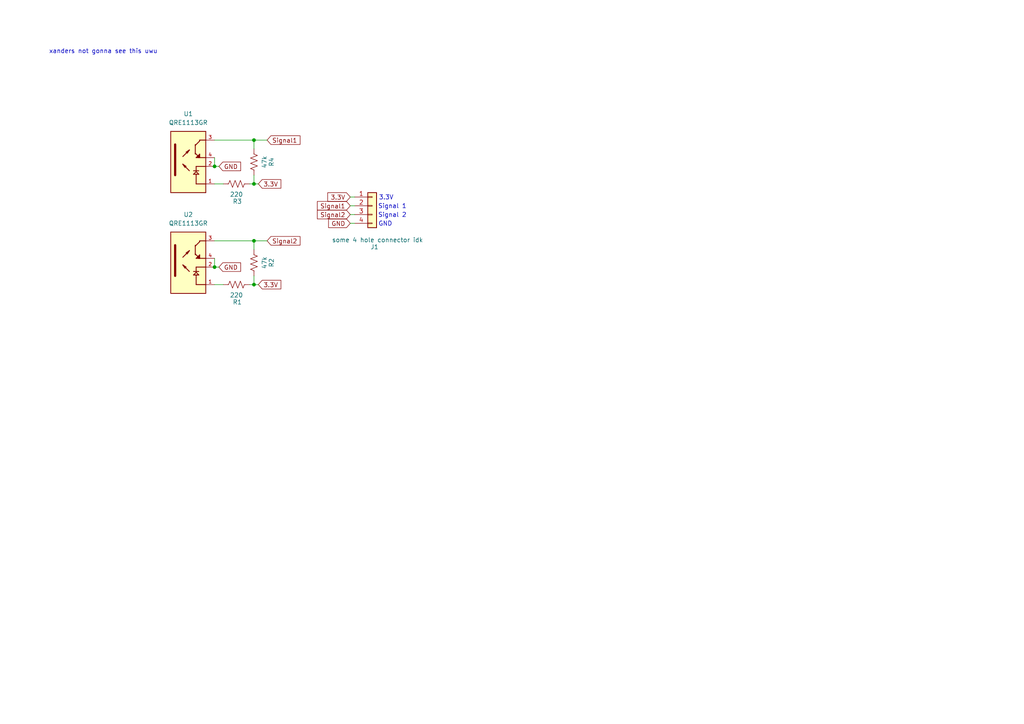
<source format=kicad_sch>
(kicad_sch (version 20250114) (generator "eeschema") (generator_version "9.0")
  (paper "A4")
  (lib_symbols
    (symbol "Connector_Generic:Conn_01x04" (pin_names (offset 1.016) (hide yes))
      (property "Reference" "J" (at 0 5.08 0))
      (property "Value" "Conn_01x04" (at 0 -7.62 0))
      (symbol "Conn_01x04_1_1"
        (rectangle (start -1.27 3.81) (end 1.27 -6.35) (stroke (width 0.254)) (fill (type background)))
        (rectangle (start -1.27 2.667) (end 0 2.413) (stroke (width 0.1524)))
        (rectangle (start -1.27 0.127) (end 0 -0.127) (stroke (width 0.1524)))
        (rectangle (start -1.27 -2.413) (end 0 -2.667) (stroke (width 0.1524)))
        (rectangle (start -1.27 -4.953) (end 0 -5.207) (stroke (width 0.1524)))
        (pin passive line (at -5.08 2.54 0) (length 3.81) (name "Pin_1") (number "1"))
        (pin passive line (at -5.08 0 0) (length 3.81) (name "Pin_2") (number "2"))
        (pin passive line (at -5.08 -2.54 0) (length 3.81) (name "Pin_3") (number "3"))
        (pin passive line (at -5.08 -5.08 0) (length 3.81) (name "Pin_4") (number "4"))
      )
    )
    (symbol "Device:R_US" (pin_numbers (hide yes)) (pin_names (offset 0))
      (property "Reference" "R" (at 2.54 0 90))
      (property "Value" "R_US" (at -2.54 0 90))
      (symbol "R_US_0_1"
        (polyline (pts (xy 0 2.286) (xy 0 2.54)))
        (polyline (pts (xy 0 2.286) (xy 1.016 1.905) (xy 0 1.524) (xy -1.016 1.143) (xy 0 0.762)))
        (polyline (pts (xy 0 0.762) (xy 1.016 0.381) (xy 0 0) (xy -1.016 -0.381) (xy 0 -0.762)))
        (polyline (pts (xy 0 -0.762) (xy 1.016 -1.143) (xy 0 -1.524) (xy -1.016 -1.905) (xy 0 -2.286)))
        (polyline (pts (xy 0 -2.286) (xy 0 -2.54)))
      )
      (symbol "R_US_1_1"
        (pin passive line (at 0 3.81 270) (length 1.27) (name "~") (number "1"))
        (pin passive line (at 0 -3.81 90) (length 1.27) (name "~") (number "2"))
      )
    )
    (symbol "QRE1113GR:QRE1113GR" (pin_names (offset 1.016))
      (property "Reference" "U" (at -5.08 10.795 0))
      (property "Value" "QRE1113GR" (at -5.08 -10.16 0))
      (symbol "QRE1113GR_0_0"
        (rectangle (start -5.08 -7.62) (end 5.08 10.16) (stroke (width 0.254)) (fill (type background)))
        (polyline (pts (xy -3.81 6.35) (xy -3.81 -2.54)) (stroke (width 0.635)))
        (polyline (pts (xy -1.5875 2.8575) (xy 0.3175 4.7625)) (stroke (width 0.254)))
        (polyline (pts (xy -1.5875 0.635) (xy -0.9525 -0.3175)) (stroke (width 0.254)))
        (polyline (pts (xy -1.5875 0.635) (xy -0.635 0)) (stroke (width 0.254)))
        (polyline (pts (xy 0.3175 4.7625) (xy -0.635 4.1275)) (stroke (width 0.254)))
        (polyline (pts (xy 0.3175 4.7625) (xy -0.3175 3.81)) (stroke (width 0.254)))
        (polyline (pts (xy 0.3175 -1.27) (xy -1.5875 0.635)) (stroke (width 0.254)))
        (polyline (pts (xy 2.032 6.096) (xy 2.032 6.35)) (stroke (width 0.254)))
        (polyline (pts (xy 2.032 6.096) (xy 2.032 3.81)) (stroke (width 0.254)))
        (polyline (pts (xy 2.032 3.81) (xy 2.032 3.556)) (stroke (width 0.254)))
        (polyline (pts (xy 2.032 3.81) (xy 3.302 2.54)) (stroke (width 0.254)))
        (polyline (pts (xy 2.286 2.54) (xy 3.048 2.54)) (stroke (width 0.254)))
        (polyline (pts (xy 2.286 0) (xy 5.08 0)) (stroke (width 0.254)))
        (polyline (pts (xy 2.286 -1.27) (xy 2.286 0)) (stroke (width 0.254)))
        (polyline (pts (xy 2.286 -1.524) (xy 1.524 -2.286)) (stroke (width 0.254)))
        (polyline (pts (xy 2.286 -2.286) (xy 1.524 -2.286)) (stroke (width 0.254)))
        (polyline (pts (xy 2.286 -2.286) (xy 3.048 -2.286)) (stroke (width 0.254)))
        (polyline (pts (xy 2.286 -5.08) (xy 2.286 -2.286)) (stroke (width 0.254)))
        (polyline (pts (xy 2.54 2.794) (xy 2.286 2.54)) (stroke (width 0.254)))
        (polyline (pts (xy 2.54 2.794) (xy 2.794 2.794)) (stroke (width 0.254)))
        (polyline (pts (xy 2.794 2.794) (xy 3.048 2.54)) (stroke (width 0.254)))
        (polyline (pts (xy 3.048 3.048) (xy 2.794 2.794)) (stroke (width 0.254)))
        (polyline (pts (xy 3.048 3.048) (xy 3.302 3.302)) (stroke (width 0.254)))
        (polyline (pts (xy 3.048 2.54) (xy 3.048 3.048)) (stroke (width 0.254)))
        (polyline (pts (xy 3.048 2.54) (xy 3.302 2.54)) (stroke (width 0.254)))
        (polyline (pts (xy 3.048 -1.27) (xy 1.524 -1.27)) (stroke (width 0.254)))
        (polyline (pts (xy 3.048 -2.286) (xy 2.286 -1.524)) (stroke (width 0.254)))
        (polyline (pts (xy 3.302 7.62) (xy 3.302 7.366)) (stroke (width 0.254)))
        (polyline (pts (xy 3.302 7.366) (xy 2.032 6.096)) (stroke (width 0.254)))
        (polyline (pts (xy 3.302 3.556) (xy 2.54 2.794)) (stroke (width 0.254)))
        (polyline (pts (xy 3.302 3.302) (xy 3.302 3.556)) (stroke (width 0.254)))
        (polyline (pts (xy 3.302 2.794) (xy 3.048 3.048)) (stroke (width 0.254)))
        (polyline (pts (xy 3.302 2.794) (xy 3.302 3.302)) (stroke (width 0.254)))
        (polyline (pts (xy 3.302 2.54) (xy 3.302 2.794)) (stroke (width 0.254)))
        (polyline (pts (xy 3.302 2.54) (xy 5.08 2.54)) (stroke (width 0.254)))
        (polyline (pts (xy 5.08 7.62) (xy 3.302 7.62)) (stroke (width 0.254)))
        (polyline (pts (xy 5.08 -5.08) (xy 2.286 -5.08)) (stroke (width 0.254)))
        (pin passive line (at 7.62 7.62 180) (length 2.54) (name "~") (number "3"))
        (pin passive line (at 7.62 2.54 180) (length 2.54) (name "~") (number "4"))
        (pin passive line (at 7.62 0 180) (length 2.54) (name "~") (number "2"))
        (pin passive line (at 7.62 -5.08 180) (length 2.54) (name "~") (number "1"))
      )
    )
  )
  (text "GND" (at 111.76 65.024 0) (effects (font (size 1.27 1.27))))
  (text "Signal 1\n" (at 113.792 59.944 0) (effects (font (size 1.27 1.27))))
  (text "xanders not gonna see this uwu" (at 29.972 14.986 0) (effects (font (size 1.27 1.27))))
  (text "Signal 2" (at 113.792 62.484 0) (effects (font (size 1.27 1.27))))
  (text "3.3V" (at 112.014 57.404 0) (effects (font (size 1.27 1.27))))
  (junction (at 73.66 53.34))
  (junction (at 62.23 48.26))
  (junction (at 73.66 40.64))
  (junction (at 73.66 69.85))
  (junction (at 73.66 82.55))
  (junction (at 62.23 77.47))
  (wire (pts (xy 101.6 64.77) (xy 102.87 64.77)))
  (wire (pts (xy 62.23 77.47) (xy 63.5 77.47)))
  (wire (pts (xy 73.66 40.64) (xy 77.47 40.64)))
  (wire (pts (xy 62.23 45.72) (xy 62.23 48.26)))
  (wire (pts (xy 101.6 62.23) (xy 102.87 62.23)))
  (wire (pts (xy 73.66 82.55) (xy 74.93 82.55)))
  (wire (pts (xy 73.66 40.64) (xy 73.66 43.18)))
  (wire (pts (xy 72.39 82.55) (xy 73.66 82.55)))
  (wire (pts (xy 62.23 74.93) (xy 62.23 77.47)))
  (wire (pts (xy 62.23 48.26) (xy 63.5 48.26)))
  (wire (pts (xy 62.23 40.64) (xy 73.66 40.64)))
  (wire (pts (xy 62.23 82.55) (xy 64.77 82.55)))
  (wire (pts (xy 72.39 53.34) (xy 73.66 53.34)))
  (wire (pts (xy 73.66 69.85) (xy 77.47 69.85)))
  (wire (pts (xy 62.23 53.34) (xy 64.77 53.34)))
  (wire (pts (xy 62.23 69.85) (xy 73.66 69.85)))
  (wire (pts (xy 73.66 53.34) (xy 74.93 53.34)))
  (wire (pts (xy 73.66 80.01) (xy 73.66 82.55)))
  (wire (pts (xy 101.6 57.15) (xy 102.87 57.15)))
  (wire (pts (xy 101.6 59.69) (xy 102.87 59.69)))
  (wire (pts (xy 73.66 69.85) (xy 73.66 72.39)))
  (wire (pts (xy 73.66 50.8) (xy 73.66 53.34)))
  (global_label "GND" (shape input) (at 101.6 64.77 180) (property "Intersheetrefs" "${INTERSHEET_REFS}" (effects (hide yes))))
  (global_label "3.3V" (shape input) (at 74.93 53.34 0) (property "Intersheetrefs" "${INTERSHEET_REFS}" (effects (hide yes))))
  (global_label "Signal2" (shape input) (at 77.47 69.85 0) (property "Intersheetrefs" "${INTERSHEET_REFS}" (effects (hide yes))))
  (global_label "GND" (shape input) (at 63.5 77.47 0) (property "Intersheetrefs" "${INTERSHEET_REFS}" (effects (hide yes))))
  (global_label "Signal1" (shape input) (at 101.6 59.69 180) (property "Intersheetrefs" "${INTERSHEET_REFS}" (effects (hide yes))))
  (global_label "3.3V" (shape input) (at 74.93 82.55 0) (property "Intersheetrefs" "${INTERSHEET_REFS}" (effects (hide yes))))
  (global_label "GND" (shape input) (at 63.5 48.26 0) (property "Intersheetrefs" "${INTERSHEET_REFS}" (effects (hide yes))))
  (global_label "Signal2" (shape input) (at 101.6 62.23 180) (property "Intersheetrefs" "${INTERSHEET_REFS}" (effects (hide yes))))
  (global_label "3.3V" (shape input) (at 101.6 57.15 180) (property "Intersheetrefs" "${INTERSHEET_REFS}" (effects (hide yes))))
  (global_label "Signal1" (shape input) (at 77.47 40.64 0) (property "Intersheetrefs" "${INTERSHEET_REFS}" (effects (hide yes))))
  (symbol (lib_id "Device:R_US") (at 68.58 53.34 90) (unit 1)
    (property "Reference" "R3" (at 68.834 58.42 90))
    (property "Value" "220" (at 68.58 56.388 90))
    (property "Description" "Resistor, US symbol" (effects (hide yes)))
  )
  (symbol (lib_id "Device:R_US") (at 73.66 46.99 0) (unit 1)
    (property "Reference" "R4" (at 78.74 46.99 90))
    (property "Value" "47k" (at 76.708 46.99 90))
    (property "Description" "Resistor, US symbol" (effects (hide yes)))
  )
  (symbol (lib_id "Connector_Generic:Conn_01x04") (at 107.95 59.69 0) (unit 1)
    (property "Reference" "J1" (at 107.442 71.628 0) (effects (justify left)))
    (property "Value" "some 4 hole connector idk" (at 96.266 69.596 0) (effects (justify left)))
    (property "Description" "Generic connector, single row, 01x04, script generated (kicad-library-utils/schlib/autogen/connector/)" (effects (hide yes)))
  )
  (symbol (lib_id "QRE1113GR:QRE1113GR") (at 54.61 77.47 0) (unit 1)
    (property "Reference" "U2" (at 54.61 62.23 0))
    (property "Value" "QRE1113GR" (at 54.61 64.77 0))
    (property "Footprint" "QRE1113GR:SOIC180P460X187-4N" (effects (hide yes)))
    (property "MF" "ON Semiconductor" (effects (hide yes)))
    (property "DESCRIPTION" "QRE1113 Series 30 V 50 mA Miniature Reflective Object Sensor - SMD-4" (effects (hide yes)))
    (property "PACKAGE" "SMD-4 ON Semiconductor" (effects (hide yes)))
    (property "PRICE" "None" (effects (hide yes)))
    (property "Package" "ARUSM-313-4 ON Semiconductor" (effects (hide yes)))
    (property "Check_prices" "https://www.snapeda.com/parts/QRE1113GR/Onsemi/view-part/?ref=eda" (effects (hide yes)))
    (property "STANDARD" "IPC-7351B" (effects (hide yes)))
    (property "PARTREV" "5" (effects (hide yes)))
    (property "SnapEDA_Link" "https://www.snapeda.com/parts/QRE1113GR/Onsemi/view-part/?ref=snap" (effects (hide yes)))
    (property "MP" "QRE1113GR" (effects (hide yes)))
    (property "Price" "None" (effects (hide yes)))
    (property "Description_1" "Reflective Optical Sensor 0.039 (1mm) 4-SMD, Gull Wing" (effects (hide yes)))
    (property "Availability" "In Stock" (effects (hide yes)))
    (property "AVAILABILITY" "Unavailable" (effects (hide yes)))
    (property "MANUFACTURER" "ON Semiconductor" (effects (hide yes)))
  )
  (symbol (lib_id "Device:R_US") (at 73.66 76.2 0) (unit 1)
    (property "Reference" "R2" (at 78.74 76.2 90))
    (property "Value" "47k" (at 76.708 76.2 90))
    (property "Description" "Resistor, US symbol" (effects (hide yes)))
  )
  (symbol (lib_id "QRE1113GR:QRE1113GR") (at 54.61 48.26 0) (unit 1)
    (property "Reference" "U1" (at 54.61 33.02 0))
    (property "Value" "QRE1113GR" (at 54.61 35.56 0))
    (property "Footprint" "QRE1113GR:SOIC180P460X187-4N" (effects (hide yes)))
    (property "MF" "ON Semiconductor" (effects (hide yes)))
    (property "DESCRIPTION" "QRE1113 Series 30 V 50 mA Miniature Reflective Object Sensor - SMD-4" (effects (hide yes)))
    (property "PACKAGE" "SMD-4 ON Semiconductor" (effects (hide yes)))
    (property "PRICE" "None" (effects (hide yes)))
    (property "Package" "ARUSM-313-4 ON Semiconductor" (effects (hide yes)))
    (property "Check_prices" "https://www.snapeda.com/parts/QRE1113GR/Onsemi/view-part/?ref=eda" (effects (hide yes)))
    (property "STANDARD" "IPC-7351B" (effects (hide yes)))
    (property "PARTREV" "5" (effects (hide yes)))
    (property "SnapEDA_Link" "https://www.snapeda.com/parts/QRE1113GR/Onsemi/view-part/?ref=snap" (effects (hide yes)))
    (property "MP" "QRE1113GR" (effects (hide yes)))
    (property "Price" "None" (effects (hide yes)))
    (property "Description_1" "Reflective Optical Sensor 0.039 (1mm) 4-SMD, Gull Wing" (effects (hide yes)))
    (property "Availability" "In Stock" (effects (hide yes)))
    (property "AVAILABILITY" "Unavailable" (effects (hide yes)))
    (property "MANUFACTURER" "ON Semiconductor" (effects (hide yes)))
  )
  (symbol (lib_id "Device:R_US") (at 68.58 82.55 90) (unit 1)
    (property "Reference" "R1" (at 68.834 87.63 90))
    (property "Value" "220" (at 68.58 85.598 90))
    (property "Description" "Resistor, US symbol" (effects (hide yes)))
  )
)
</source>
